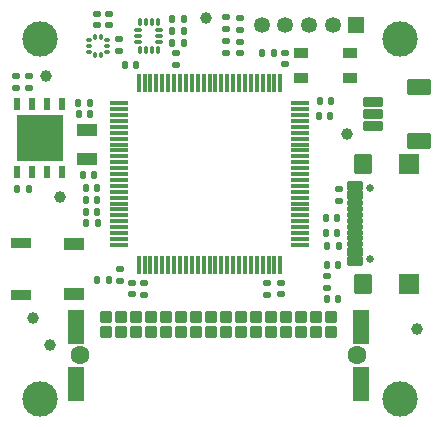
<source format=gbr>
%TF.GenerationSoftware,KiCad,Pcbnew,9.0.1*%
%TF.CreationDate,2026-02-05T11:07:33+03:00*%
%TF.ProjectId,Flybot_FC,466c7962-6f74-45f4-9643-2e6b69636164,rev?*%
%TF.SameCoordinates,Original*%
%TF.FileFunction,Soldermask,Top*%
%TF.FilePolarity,Negative*%
%FSLAX46Y46*%
G04 Gerber Fmt 4.6, Leading zero omitted, Abs format (unit mm)*
G04 Created by KiCad (PCBNEW 9.0.1) date 2026-02-05 11:07:33*
%MOMM*%
%LPD*%
G01*
G04 APERTURE LIST*
G04 Aperture macros list*
%AMRoundRect*
0 Rectangle with rounded corners*
0 $1 Rounding radius*
0 $2 $3 $4 $5 $6 $7 $8 $9 X,Y pos of 4 corners*
0 Add a 4 corners polygon primitive as box body*
4,1,4,$2,$3,$4,$5,$6,$7,$8,$9,$2,$3,0*
0 Add four circle primitives for the rounded corners*
1,1,$1+$1,$2,$3*
1,1,$1+$1,$4,$5*
1,1,$1+$1,$6,$7*
1,1,$1+$1,$8,$9*
0 Add four rect primitives between the rounded corners*
20,1,$1+$1,$2,$3,$4,$5,0*
20,1,$1+$1,$4,$5,$6,$7,0*
20,1,$1+$1,$6,$7,$8,$9,0*
20,1,$1+$1,$8,$9,$2,$3,0*%
G04 Aperture macros list end*
%ADD10C,0.650000*%
%ADD11RoundRect,0.102000X0.575000X-0.300000X0.575000X0.300000X-0.575000X0.300000X-0.575000X-0.300000X0*%
%ADD12RoundRect,0.102000X0.575000X-0.150000X0.575000X0.150000X-0.575000X0.150000X-0.575000X-0.150000X0*%
%ADD13RoundRect,0.102000X0.625000X-0.775000X0.625000X0.775000X-0.625000X0.775000X-0.625000X-0.775000X0*%
%ADD14RoundRect,0.102000X0.750000X-0.775000X0.750000X0.775000X-0.750000X0.775000X-0.750000X-0.775000X0*%
%ADD15R,1.700000X0.812800*%
%ADD16R,1.701800X0.990600*%
%ADD17C,1.600000*%
%ADD18RoundRect,0.102000X-0.600000X-1.375000X0.600000X-1.375000X0.600000X1.375000X-0.600000X1.375000X0*%
%ADD19RoundRect,0.102000X-0.400000X-0.400000X0.400000X-0.400000X0.400000X0.400000X-0.400000X0.400000X0*%
%ADD20C,3.000000*%
%ADD21RoundRect,0.147500X0.172500X-0.147500X0.172500X0.147500X-0.172500X0.147500X-0.172500X-0.147500X0*%
%ADD22RoundRect,0.102000X0.775000X-0.300000X0.775000X0.300000X-0.775000X0.300000X-0.775000X-0.300000X0*%
%ADD23RoundRect,0.102000X0.900000X-0.600000X0.900000X0.600000X-0.900000X0.600000X-0.900000X-0.600000X0*%
%ADD24RoundRect,0.135000X0.185000X-0.135000X0.185000X0.135000X-0.185000X0.135000X-0.185000X-0.135000X0*%
%ADD25RoundRect,0.140000X-0.140000X-0.170000X0.140000X-0.170000X0.140000X0.170000X-0.140000X0.170000X0*%
%ADD26R,1.350000X1.350000*%
%ADD27C,1.350000*%
%ADD28RoundRect,0.140000X0.170000X-0.140000X0.170000X0.140000X-0.170000X0.140000X-0.170000X-0.140000X0*%
%ADD29RoundRect,0.147500X0.147500X0.172500X-0.147500X0.172500X-0.147500X-0.172500X0.147500X-0.172500X0*%
%ADD30RoundRect,0.140000X0.140000X0.170000X-0.140000X0.170000X-0.140000X-0.170000X0.140000X-0.170000X0*%
%ADD31RoundRect,0.135000X-0.185000X0.135000X-0.185000X-0.135000X0.185000X-0.135000X0.185000X0.135000X0*%
%ADD32C,1.000000*%
%ADD33RoundRect,0.102000X0.525000X0.325000X-0.525000X0.325000X-0.525000X-0.325000X0.525000X-0.325000X0*%
%ADD34RoundRect,0.135000X-0.135000X-0.185000X0.135000X-0.185000X0.135000X0.185000X-0.135000X0.185000X0*%
%ADD35RoundRect,0.087500X-0.087500X0.125000X-0.087500X-0.125000X0.087500X-0.125000X0.087500X0.125000X0*%
%ADD36RoundRect,0.087500X-0.125000X0.087500X-0.125000X-0.087500X0.125000X-0.087500X0.125000X0.087500X0*%
%ADD37RoundRect,0.135000X0.135000X0.185000X-0.135000X0.185000X-0.135000X-0.185000X0.135000X-0.185000X0*%
%ADD38RoundRect,0.140000X-0.170000X0.140000X-0.170000X-0.140000X0.170000X-0.140000X0.170000X0.140000X0*%
%ADD39RoundRect,0.087500X0.087500X-0.225000X0.087500X0.225000X-0.087500X0.225000X-0.087500X-0.225000X0*%
%ADD40RoundRect,0.087500X0.225000X-0.087500X0.225000X0.087500X-0.225000X0.087500X-0.225000X-0.087500X0*%
%ADD41RoundRect,0.075000X-0.725000X-0.075000X0.725000X-0.075000X0.725000X0.075000X-0.725000X0.075000X0*%
%ADD42RoundRect,0.075000X-0.075000X-0.725000X0.075000X-0.725000X0.075000X0.725000X-0.075000X0.725000X0*%
%ADD43R,0.500000X1.100000*%
%ADD44R,4.000000X4.000000*%
%ADD45R,1.800000X1.000000*%
%ADD46RoundRect,0.147500X-0.172500X0.147500X-0.172500X-0.147500X0.172500X-0.147500X0.172500X0.147500X0*%
G04 APERTURE END LIST*
D10*
%TO.C,J1*%
X147360000Y-100680000D03*
X147360000Y-94680000D03*
D11*
X146085000Y-100880000D03*
X146085000Y-100080000D03*
D12*
X146085000Y-98930000D03*
X146085000Y-97930000D03*
X146085000Y-97430000D03*
X146085000Y-96430000D03*
D11*
X146085000Y-94480000D03*
X146085000Y-95280000D03*
D12*
X146085000Y-95930000D03*
X146085000Y-96930000D03*
X146085000Y-98430000D03*
X146085000Y-99430000D03*
D13*
X146735000Y-102775000D03*
D14*
X150660000Y-102775000D03*
D13*
X146735000Y-92585000D03*
D14*
X150660000Y-92585000D03*
%TD*%
D15*
%TO.C,J5*%
X117760000Y-103690000D03*
X117760000Y-99289998D03*
D16*
X122266400Y-103599998D03*
X122266400Y-99400002D03*
%TD*%
D17*
%TO.C,J4*%
X122780000Y-108835000D03*
X146250000Y-108835000D03*
D18*
X122480000Y-106410000D03*
X122480000Y-111260000D03*
X146550000Y-106410000D03*
X146550000Y-111260000D03*
D19*
X144040000Y-106835000D03*
X142770000Y-106835000D03*
X141500000Y-106835000D03*
X140230000Y-106835000D03*
X138960000Y-106835000D03*
X137690000Y-106835000D03*
X136420000Y-106835000D03*
X135150000Y-106835000D03*
X133880000Y-106835000D03*
X132610000Y-106835000D03*
X131340000Y-106835000D03*
X130070000Y-106835000D03*
X128800000Y-106835000D03*
X127530000Y-106835000D03*
X126260000Y-106835000D03*
X124990000Y-106835000D03*
X144040000Y-105565000D03*
X142770000Y-105565000D03*
X141500000Y-105565000D03*
X140230000Y-105565000D03*
X138960000Y-105565000D03*
X137690000Y-105565000D03*
X136420000Y-105565000D03*
X135150000Y-105565000D03*
X133880000Y-105565000D03*
X132610000Y-105565000D03*
X131340000Y-105565000D03*
X130070000Y-105565000D03*
X128800000Y-105565000D03*
X127530000Y-105565000D03*
X126260000Y-105565000D03*
X124990000Y-105565000D03*
%TD*%
D20*
%TO.C,H2*%
X119370000Y-112532000D03*
%TD*%
%TO.C,H1*%
X119370000Y-82032000D03*
%TD*%
D21*
%TO.C,D2*%
X135120000Y-83202500D03*
X135120000Y-82232500D03*
%TD*%
D22*
%TO.C,J3*%
X147590000Y-89410000D03*
X147590000Y-88410000D03*
X147590000Y-87410000D03*
D23*
X151465000Y-90710000D03*
X151465000Y-86110000D03*
%TD*%
D24*
%TO.C,R2*%
X130930000Y-84270000D03*
X130930000Y-83250000D03*
%TD*%
D25*
%TO.C,C67*%
X130597500Y-82377500D03*
X131557500Y-82377500D03*
%TD*%
D26*
%TO.C,J2*%
X146190000Y-80830000D03*
D27*
X144190000Y-80830000D03*
X142190000Y-80830000D03*
X140190000Y-80830000D03*
X138190000Y-80830000D03*
%TD*%
D25*
%TO.C,C10*%
X143700000Y-101140000D03*
X144660000Y-101140000D03*
%TD*%
D28*
%TO.C,C84*%
X118450000Y-86170000D03*
X118450000Y-85210000D03*
%TD*%
D21*
%TO.C,D3*%
X136350000Y-83265000D03*
X136350000Y-82295000D03*
%TD*%
D29*
%TO.C,D1*%
X144577500Y-97210000D03*
X143607500Y-97210000D03*
%TD*%
D20*
%TO.C,H3*%
X149870000Y-82032000D03*
%TD*%
D30*
%TO.C,C15*%
X123640452Y-88429675D03*
X122680452Y-88429675D03*
%TD*%
D31*
%TO.C,R6*%
X135120000Y-80215000D03*
X135120000Y-81235000D03*
%TD*%
D30*
%TO.C,C6*%
X123610452Y-87449675D03*
X122650452Y-87449675D03*
%TD*%
D32*
%TO.C,TP15*%
X120220000Y-107990000D03*
%TD*%
D25*
%TO.C,C65*%
X130597500Y-80327500D03*
X131557500Y-80327500D03*
%TD*%
D32*
%TO.C,TP17*%
X151290000Y-106630000D03*
%TD*%
D33*
%TO.C,SW1*%
X145625000Y-85345000D03*
X141475000Y-85345000D03*
X145625000Y-83195000D03*
X141475000Y-83195000D03*
%TD*%
D34*
%TO.C,R1*%
X138230000Y-83230000D03*
X139250000Y-83230000D03*
%TD*%
D35*
%TO.C,U4*%
X124602500Y-81860000D03*
X124102500Y-81860000D03*
D36*
X123590000Y-82122500D03*
X123590000Y-82622500D03*
X123590000Y-83122500D03*
D35*
X124102500Y-83385000D03*
X124602500Y-83385000D03*
D36*
X125115000Y-83122500D03*
X125115000Y-82622500D03*
X125115000Y-82122500D03*
%TD*%
D32*
%TO.C,TP13*%
X118800000Y-105630000D03*
%TD*%
D30*
%TO.C,C1*%
X124300000Y-97580000D03*
X123340000Y-97580000D03*
%TD*%
D32*
%TO.C,TP27*%
X145440000Y-90100000D03*
%TD*%
D37*
%TO.C,R42*%
X118490000Y-94780000D03*
X117470000Y-94780000D03*
%TD*%
D34*
%TO.C,R32*%
X124230000Y-102480000D03*
X125250000Y-102480000D03*
%TD*%
D28*
%TO.C,C60*%
X124222500Y-80849157D03*
X124222500Y-79889157D03*
%TD*%
D38*
%TO.C,C61*%
X126122500Y-82069500D03*
X126122500Y-83029500D03*
%TD*%
D25*
%TO.C,C4*%
X143090000Y-87330000D03*
X144050000Y-87330000D03*
%TD*%
D32*
%TO.C,TP21*%
X133460000Y-80270000D03*
%TD*%
D38*
%TO.C,C2*%
X128210000Y-102720000D03*
X128210000Y-103680000D03*
%TD*%
D30*
%TO.C,C7*%
X124240000Y-94630000D03*
X123280000Y-94630000D03*
%TD*%
D25*
%TO.C,C9*%
X143720000Y-104090000D03*
X144680000Y-104090000D03*
%TD*%
D39*
%TO.C,U6*%
X127860000Y-82952500D03*
X128360000Y-82952500D03*
X128860000Y-82952500D03*
X129360000Y-82952500D03*
D40*
X129522500Y-82290000D03*
X129522500Y-81790000D03*
X129522500Y-81290000D03*
D39*
X129360000Y-80627500D03*
X128860000Y-80627500D03*
X128360000Y-80627500D03*
X127860000Y-80627500D03*
D40*
X127697500Y-81290000D03*
X127697500Y-81790000D03*
X127697500Y-82290000D03*
%TD*%
D28*
%TO.C,C85*%
X117350000Y-86170000D03*
X117350000Y-85210000D03*
%TD*%
D21*
%TO.C,L1*%
X143740000Y-103110000D03*
X143740000Y-102140000D03*
%TD*%
D37*
%TO.C,R3*%
X144720000Y-99560000D03*
X143700000Y-99560000D03*
%TD*%
D20*
%TO.C,H4*%
X149870000Y-112532000D03*
%TD*%
D38*
%TO.C,C11*%
X140150000Y-83200000D03*
X140150000Y-84160000D03*
%TD*%
D25*
%TO.C,C18*%
X143000000Y-88560000D03*
X143960000Y-88560000D03*
%TD*%
%TO.C,C66*%
X130597500Y-81337500D03*
X131557500Y-81337500D03*
%TD*%
D30*
%TO.C,C13*%
X124250000Y-96650000D03*
X123290000Y-96650000D03*
%TD*%
D29*
%TO.C,D11*%
X144577500Y-98460000D03*
X143607500Y-98460000D03*
%TD*%
D41*
%TO.C,U1*%
X126085000Y-87475000D03*
X126085000Y-87975000D03*
X126085000Y-88475000D03*
X126085000Y-88975000D03*
X126085000Y-89475000D03*
X126085000Y-89975000D03*
X126085000Y-90475000D03*
X126085000Y-90975000D03*
X126085000Y-91475000D03*
X126085000Y-91975000D03*
X126085000Y-92475000D03*
X126085000Y-92975000D03*
X126085000Y-93475000D03*
X126085000Y-93975000D03*
X126085000Y-94475000D03*
X126085000Y-94975000D03*
X126085000Y-95475000D03*
X126085000Y-95975000D03*
X126085000Y-96475000D03*
X126085000Y-96975000D03*
X126085000Y-97475000D03*
X126085000Y-97975000D03*
X126085000Y-98475000D03*
X126085000Y-98975000D03*
X126085000Y-99475000D03*
D42*
X127760000Y-101150000D03*
X128260000Y-101150000D03*
X128760000Y-101150000D03*
X129260000Y-101150000D03*
X129760000Y-101150000D03*
X130260000Y-101150000D03*
X130760000Y-101150000D03*
X131260000Y-101150000D03*
X131760000Y-101150000D03*
X132260000Y-101150000D03*
X132760000Y-101150000D03*
X133260000Y-101150000D03*
X133760000Y-101150000D03*
X134260000Y-101150000D03*
X134760000Y-101150000D03*
X135260000Y-101150000D03*
X135760000Y-101150000D03*
X136260000Y-101150000D03*
X136760000Y-101150000D03*
X137260000Y-101150000D03*
X137760000Y-101150000D03*
X138260000Y-101150000D03*
X138760000Y-101150000D03*
X139260000Y-101150000D03*
X139760000Y-101150000D03*
D41*
X141435000Y-99475000D03*
X141435000Y-98975000D03*
X141435000Y-98475000D03*
X141435000Y-97975000D03*
X141435000Y-97475000D03*
X141435000Y-96975000D03*
X141435000Y-96475000D03*
X141435000Y-95975000D03*
X141435000Y-95475000D03*
X141435000Y-94975000D03*
X141435000Y-94475000D03*
X141435000Y-93975000D03*
X141435000Y-93475000D03*
X141435000Y-92975000D03*
X141435000Y-92475000D03*
X141435000Y-91975000D03*
X141435000Y-91475000D03*
X141435000Y-90975000D03*
X141435000Y-90475000D03*
X141435000Y-89975000D03*
X141435000Y-89475000D03*
X141435000Y-88975000D03*
X141435000Y-88475000D03*
X141435000Y-87975000D03*
X141435000Y-87475000D03*
D42*
X139760000Y-85800000D03*
X139260000Y-85800000D03*
X138760000Y-85800000D03*
X138260000Y-85800000D03*
X137760000Y-85800000D03*
X137260000Y-85800000D03*
X136760000Y-85800000D03*
X136260000Y-85800000D03*
X135760000Y-85800000D03*
X135260000Y-85800000D03*
X134760000Y-85800000D03*
X134260000Y-85800000D03*
X133760000Y-85800000D03*
X133260000Y-85800000D03*
X132760000Y-85800000D03*
X132260000Y-85800000D03*
X131760000Y-85800000D03*
X131260000Y-85800000D03*
X130760000Y-85800000D03*
X130260000Y-85800000D03*
X129760000Y-85800000D03*
X129260000Y-85800000D03*
X128760000Y-85800000D03*
X128260000Y-85800000D03*
X127760000Y-85800000D03*
%TD*%
D43*
%TO.C,U11*%
X117495000Y-93330000D03*
X118765000Y-93330000D03*
X120035000Y-93330000D03*
X121305000Y-93330000D03*
X121305000Y-87530000D03*
X120035000Y-87530000D03*
X118765000Y-87530000D03*
X117495000Y-87530000D03*
D44*
X119400000Y-90430000D03*
%TD*%
D30*
%TO.C,C14*%
X124000000Y-93540000D03*
X123040000Y-93540000D03*
%TD*%
D38*
%TO.C,C19*%
X138640000Y-102730000D03*
X138640000Y-103690000D03*
%TD*%
D28*
%TO.C,C59*%
X125227000Y-80849157D03*
X125227000Y-79889157D03*
%TD*%
D30*
%TO.C,C12*%
X124260000Y-95710000D03*
X123300000Y-95710000D03*
%TD*%
D38*
%TO.C,C8*%
X127220000Y-102700000D03*
X127220000Y-103660000D03*
%TD*%
D30*
%TO.C,C5*%
X127560000Y-84250000D03*
X126600000Y-84250000D03*
%TD*%
D45*
%TO.C,Y1*%
X123350000Y-92230000D03*
X123350000Y-89730000D03*
%TD*%
D31*
%TO.C,R7*%
X136350000Y-80255000D03*
X136350000Y-81275000D03*
%TD*%
D32*
%TO.C,TP18*%
X121140000Y-95440000D03*
%TD*%
D46*
%TO.C,D7*%
X126210000Y-101545000D03*
X126210000Y-102515000D03*
%TD*%
D24*
%TO.C,R4*%
X144710000Y-95750000D03*
X144710000Y-94730000D03*
%TD*%
D38*
%TO.C,C3*%
X139780000Y-102690000D03*
X139780000Y-103650000D03*
%TD*%
D32*
%TO.C,TP19*%
X119910000Y-85190000D03*
%TD*%
M02*

</source>
